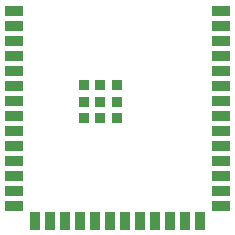
<source format=gbr>
%TF.GenerationSoftware,KiCad,Pcbnew,(6.0.9)*%
%TF.CreationDate,2023-01-12T23:54:22-05:00*%
%TF.ProjectId,esp32-s3,65737033-322d-4733-932e-6b696361645f,rev?*%
%TF.SameCoordinates,Original*%
%TF.FileFunction,Copper,L1,Top*%
%TF.FilePolarity,Positive*%
%FSLAX46Y46*%
G04 Gerber Fmt 4.6, Leading zero omitted, Abs format (unit mm)*
G04 Created by KiCad (PCBNEW (6.0.9)) date 2023-01-12 23:54:22*
%MOMM*%
%LPD*%
G01*
G04 APERTURE LIST*
%TA.AperFunction,SMDPad,CuDef*%
%ADD10R,1.500000X0.900000*%
%TD*%
%TA.AperFunction,SMDPad,CuDef*%
%ADD11R,0.900000X1.500000*%
%TD*%
%TA.AperFunction,SMDPad,CuDef*%
%ADD12R,0.900000X0.900000*%
%TD*%
G04 APERTURE END LIST*
D10*
%TO.P,U1,1,GND*%
%TO.N,Net-(U1-Pad1)*%
X134450000Y-96940000D03*
%TO.P,U1,2,3V3*%
%TO.N,unconnected-(U1-Pad2)*%
X134450000Y-98210000D03*
%TO.P,U1,3,EN*%
%TO.N,unconnected-(U1-Pad3)*%
X134450000Y-99480000D03*
%TO.P,U1,4,GPIO4/TOUCH4/ADC1_CH3*%
%TO.N,unconnected-(U1-Pad4)*%
X134450000Y-100750000D03*
%TO.P,U1,5,GPIO5/TOUCH5/ADC1_CH4*%
%TO.N,unconnected-(U1-Pad5)*%
X134450000Y-102020000D03*
%TO.P,U1,6,GPIO6/TOUCH6/ADC1_CH5*%
%TO.N,unconnected-(U1-Pad6)*%
X134450000Y-103290000D03*
%TO.P,U1,7,GPIO7/TOUCH7/ADC1_CH6*%
%TO.N,unconnected-(U1-Pad7)*%
X134450000Y-104560000D03*
%TO.P,U1,8,GPIO15/U0RTS/ADC2_CH4/XTAL_32K_P*%
%TO.N,unconnected-(U1-Pad8)*%
X134450000Y-105830000D03*
%TO.P,U1,9,GPIO16/U0CTS/ADC2_CH5/XTAL_32K_NH5*%
%TO.N,unconnected-(U1-Pad9)*%
X134450000Y-107100000D03*
%TO.P,U1,10,GPIO17/U1TXD/ADC2_CH6*%
%TO.N,unconnected-(U1-Pad10)*%
X134450000Y-108370000D03*
%TO.P,U1,11,GPIO18/U1RXD/ADC2_CH7/CLK_OUT3*%
%TO.N,unconnected-(U1-Pad11)*%
X134450000Y-109640000D03*
%TO.P,U1,12,GPIO8/TOUCH8/ADC1_CH7/SUBSPICS1*%
%TO.N,unconnected-(U1-Pad12)*%
X134450000Y-110910000D03*
%TO.P,U1,13,GPIO19/U1RTS/ADC2_CH8/CLK_OUT2/USB_D-*%
%TO.N,unconnected-(U1-Pad13)*%
X134450000Y-112180000D03*
%TO.P,U1,14,GPIO20/U1CTS/ADC2_CH9/CLK_OUT1/USB_D+*%
%TO.N,unconnected-(U1-Pad14)*%
X134450000Y-113450000D03*
D11*
%TO.P,U1,15,GPIO3/TOUCH3/ADC1_CH2*%
%TO.N,unconnected-(U1-Pad15)*%
X136215000Y-114700000D03*
%TO.P,U1,16,GPIO46*%
%TO.N,unconnected-(U1-Pad16)*%
X137485000Y-114700000D03*
%TO.P,U1,17,GPIO9/TOUCH9/ADC1_CH8/FSPIHD/SUBSPIHD*%
%TO.N,unconnected-(U1-Pad17)*%
X138755000Y-114700000D03*
%TO.P,U1,18,GPIO10/TOUCH10/ADC1_CH9/FSPICS0/FSPIIO4/SUBSPICS0*%
%TO.N,unconnected-(U1-Pad18)*%
X140025000Y-114700000D03*
%TO.P,U1,19,GPIO11/TOUCH11/ADC2_CH0/FSPID/FSPIIO5/SUBSPID*%
%TO.N,unconnected-(U1-Pad19)*%
X141295000Y-114700000D03*
%TO.P,U1,20,GPIO12/TOUCH12/ADC2_CH1/FSPICLK/FSPIIO6/SUBSPICLK*%
%TO.N,unconnected-(U1-Pad20)*%
X142565000Y-114700000D03*
%TO.P,U1,21,GPIO13/TOUCH13/ADC2_CH2/FSPIQ/FSPIIO7/SUBSPIQ*%
%TO.N,unconnected-(U1-Pad21)*%
X143835000Y-114700000D03*
%TO.P,U1,22,GPIO14/TOUCH14/ADC2_CH3/FSPIWP/FSPIDQS/SUBSPIWP*%
%TO.N,unconnected-(U1-Pad22)*%
X145105000Y-114700000D03*
%TO.P,U1,23,GPIO21*%
%TO.N,unconnected-(U1-Pad23)*%
X146375000Y-114700000D03*
%TO.P,U1,24,GPIO47/SPICLK_P/SUBSPICLK_P_DIFF*%
%TO.N,unconnected-(U1-Pad24)*%
X147645000Y-114700000D03*
%TO.P,U1,25,GPIO48/SPICLK_N/SUBSPICLK_N_DIFF*%
%TO.N,unconnected-(U1-Pad25)*%
X148915000Y-114700000D03*
%TO.P,U1,26,GPIO45*%
%TO.N,unconnected-(U1-Pad26)*%
X150185000Y-114700000D03*
D10*
%TO.P,U1,27,GPIO0/BOOT*%
%TO.N,unconnected-(U1-Pad27)*%
X151950000Y-113450000D03*
%TO.P,U1,28,SPIIO6/GPIO35/FSPID/SUBSPID*%
%TO.N,unconnected-(U1-Pad28)*%
X151950000Y-112180000D03*
%TO.P,U1,29,SPIIO7/GPIO36/FSPICLK/SUBSPICLK*%
%TO.N,unconnected-(U1-Pad29)*%
X151950000Y-110910000D03*
%TO.P,U1,30,SPIDQS/GPIO37/FSPIQ/SUBSPIQ*%
%TO.N,unconnected-(U1-Pad30)*%
X151950000Y-109640000D03*
%TO.P,U1,31,GPIO38/FSPIWP/SUBSPIWP*%
%TO.N,unconnected-(U1-Pad31)*%
X151950000Y-108370000D03*
%TO.P,U1,32,MTCK/GPIO39/CLK_OUT3/SUBSPICS1*%
%TO.N,unconnected-(U1-Pad32)*%
X151950000Y-107100000D03*
%TO.P,U1,33,MTDO/GPIO40/CLK_OUT2*%
%TO.N,unconnected-(U1-Pad33)*%
X151950000Y-105830000D03*
%TO.P,U1,34,MTDI/GPIO41/CLK_OUT1*%
%TO.N,unconnected-(U1-Pad34)*%
X151950000Y-104560000D03*
%TO.P,U1,35,MTMS/GPIO42*%
%TO.N,unconnected-(U1-Pad35)*%
X151950000Y-103290000D03*
%TO.P,U1,36,U0RXD/GPIO44/CLK_OUT2*%
%TO.N,unconnected-(U1-Pad36)*%
X151950000Y-102020000D03*
%TO.P,U1,37,U0TXD/GPIO43/CLK_OUT1*%
%TO.N,unconnected-(U1-Pad37)*%
X151950000Y-100750000D03*
%TO.P,U1,38,GPIO2/TOUCH2/ADC1_CH1*%
%TO.N,unconnected-(U1-Pad38)*%
X151950000Y-99480000D03*
%TO.P,U1,39,GPIO1/TOUCH1/ADC1_CH0*%
%TO.N,unconnected-(U1-Pad39)*%
X151950000Y-98210000D03*
%TO.P,U1,40,GND*%
%TO.N,Net-(U1-Pad1)*%
X151950000Y-96940000D03*
D12*
%TO.P,U1,41,GND*%
X141700000Y-104660000D03*
X140300000Y-104660000D03*
X140300000Y-103260000D03*
X143100000Y-103260000D03*
X141700000Y-106060000D03*
X143100000Y-104660000D03*
X143100000Y-106060000D03*
X141700000Y-103260000D03*
X140300000Y-106060000D03*
%TD*%
M02*

</source>
